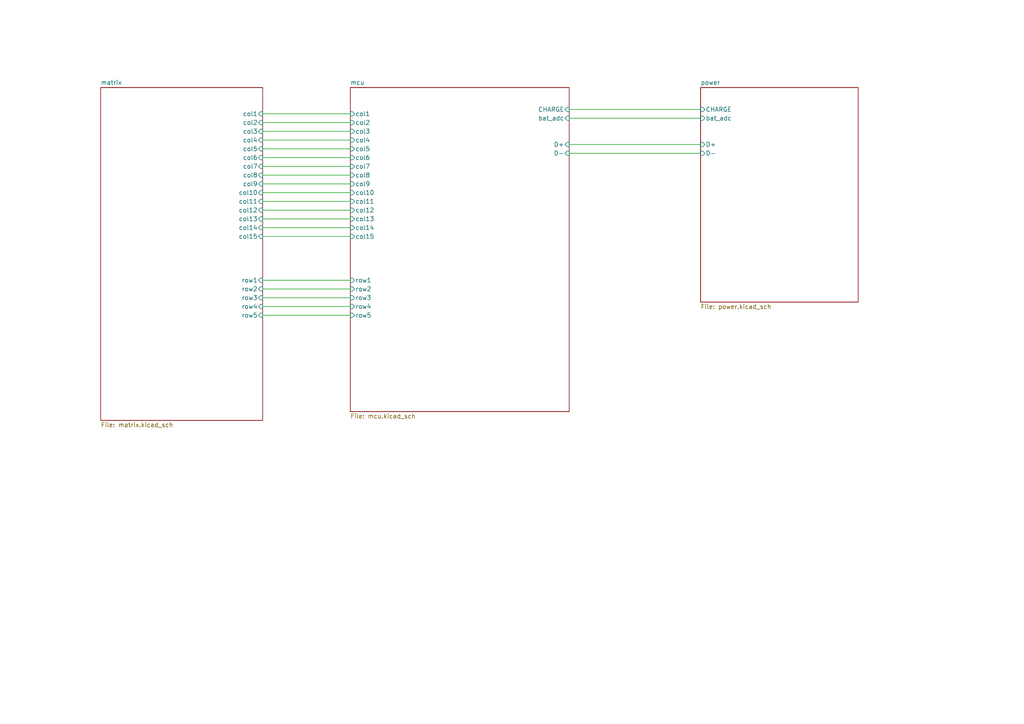
<source format=kicad_sch>
(kicad_sch
	(version 20231120)
	(generator "eeschema")
	(generator_version "8.0")
	(uuid "5823a915-d0ed-4262-9b2d-d2247405cf69")
	(paper "A4")
	(title_block
		(title "rmk-ble-keyboard")
		(date "2024-05-03")
		(rev "0")
	)
	(lib_symbols)
	(wire
		(pts
			(xy 76.2 35.56) (xy 101.6 35.56)
		)
		(stroke
			(width 0)
			(type default)
		)
		(uuid "120be98f-05c4-4b18-8860-1ef72b2e3333")
	)
	(wire
		(pts
			(xy 76.2 50.8) (xy 101.6 50.8)
		)
		(stroke
			(width 0)
			(type default)
		)
		(uuid "18357a78-a481-467d-83e5-4be6d09fba6c")
	)
	(wire
		(pts
			(xy 76.2 43.18) (xy 101.6 43.18)
		)
		(stroke
			(width 0)
			(type default)
		)
		(uuid "2021b53b-11b5-4099-b123-7b60428fd40e")
	)
	(wire
		(pts
			(xy 76.2 38.1) (xy 101.6 38.1)
		)
		(stroke
			(width 0)
			(type default)
		)
		(uuid "2991d9f6-1ed4-44b9-9af9-15aba3dbb92d")
	)
	(wire
		(pts
			(xy 76.2 63.5) (xy 101.6 63.5)
		)
		(stroke
			(width 0)
			(type default)
		)
		(uuid "34446993-3192-4128-b5ed-d9e5df02c305")
	)
	(wire
		(pts
			(xy 76.2 53.34) (xy 101.6 53.34)
		)
		(stroke
			(width 0)
			(type default)
		)
		(uuid "38979ea7-67c0-40a0-8a28-612e422310b2")
	)
	(wire
		(pts
			(xy 165.1 44.45) (xy 203.2 44.45)
		)
		(stroke
			(width 0)
			(type default)
		)
		(uuid "48529929-8f76-485e-8f9a-d4091bca5ba4")
	)
	(wire
		(pts
			(xy 76.2 55.88) (xy 101.6 55.88)
		)
		(stroke
			(width 0)
			(type default)
		)
		(uuid "4a877a4c-8c42-4856-b4a2-a07f8742e479")
	)
	(wire
		(pts
			(xy 76.2 60.96) (xy 101.6 60.96)
		)
		(stroke
			(width 0)
			(type default)
		)
		(uuid "513abeaf-ab36-4e41-a0dd-c6f5fb59e6dd")
	)
	(wire
		(pts
			(xy 76.2 40.64) (xy 101.6 40.64)
		)
		(stroke
			(width 0)
			(type default)
		)
		(uuid "5a1facf2-2ce8-4d21-8329-23dbbe5f464f")
	)
	(wire
		(pts
			(xy 76.2 91.44) (xy 101.6 91.44)
		)
		(stroke
			(width 0)
			(type default)
		)
		(uuid "5baab069-f166-4d12-9aca-92cdfd874b26")
	)
	(wire
		(pts
			(xy 76.2 68.58) (xy 101.6 68.58)
		)
		(stroke
			(width 0)
			(type default)
		)
		(uuid "5f02d0d0-0762-4a83-a6ad-526ef7c46cc6")
	)
	(wire
		(pts
			(xy 76.2 58.42) (xy 101.6 58.42)
		)
		(stroke
			(width 0)
			(type default)
		)
		(uuid "674ebe1a-48f0-49cf-85a5-d13aad3fe004")
	)
	(wire
		(pts
			(xy 76.2 45.72) (xy 101.6 45.72)
		)
		(stroke
			(width 0)
			(type default)
		)
		(uuid "717742d1-625d-4501-b269-dd4371be5679")
	)
	(wire
		(pts
			(xy 165.1 34.29) (xy 203.2 34.29)
		)
		(stroke
			(width 0)
			(type default)
		)
		(uuid "7a1245b1-c777-46e0-8c01-cb17a61b169f")
	)
	(wire
		(pts
			(xy 76.2 48.26) (xy 101.6 48.26)
		)
		(stroke
			(width 0)
			(type default)
		)
		(uuid "7c74ad2a-c081-40a1-bc14-00aa83bdf2e8")
	)
	(wire
		(pts
			(xy 76.2 83.82) (xy 101.6 83.82)
		)
		(stroke
			(width 0)
			(type default)
		)
		(uuid "7efbee35-b07d-4f12-955e-882e54aab038")
	)
	(wire
		(pts
			(xy 165.1 41.91) (xy 203.2 41.91)
		)
		(stroke
			(width 0)
			(type default)
		)
		(uuid "a3c8603b-ab60-4f7f-873b-5405e2022e29")
	)
	(wire
		(pts
			(xy 76.2 86.36) (xy 101.6 86.36)
		)
		(stroke
			(width 0)
			(type default)
		)
		(uuid "a851345a-0b04-43c8-b2d6-80d134913490")
	)
	(wire
		(pts
			(xy 76.2 88.9) (xy 101.6 88.9)
		)
		(stroke
			(width 0)
			(type default)
		)
		(uuid "bae80285-74da-4106-a45c-0cd36bc65aba")
	)
	(wire
		(pts
			(xy 76.2 66.04) (xy 101.6 66.04)
		)
		(stroke
			(width 0)
			(type default)
		)
		(uuid "e94ba278-e20c-4095-ba15-c3766e780fdc")
	)
	(wire
		(pts
			(xy 76.2 33.02) (xy 101.6 33.02)
		)
		(stroke
			(width 0)
			(type default)
		)
		(uuid "ea843be3-a444-459c-b4ec-b4768ed3b039")
	)
	(wire
		(pts
			(xy 165.1 31.75) (xy 203.2 31.75)
		)
		(stroke
			(width 0)
			(type default)
		)
		(uuid "fbfc3c5d-41ad-4abf-b855-e9de69ea7e1b")
	)
	(wire
		(pts
			(xy 76.2 81.28) (xy 101.6 81.28)
		)
		(stroke
			(width 0)
			(type default)
		)
		(uuid "feacc16d-b72a-45a2-a9b2-0fd874781c4a")
	)
	(sheet
		(at 101.6 25.4)
		(size 63.5 93.98)
		(fields_autoplaced yes)
		(stroke
			(width 0.1524)
			(type solid)
		)
		(fill
			(color 0 0 0 0.0000)
		)
		(uuid "050c3acc-27b4-48c0-bd7b-f7f600c7fd2a")
		(property "Sheetname" "mcu"
			(at 101.6 24.6884 0)
			(effects
				(font
					(size 1.27 1.27)
				)
				(justify left bottom)
			)
		)
		(property "Sheetfile" "mcu.kicad_sch"
			(at 101.6 119.9646 0)
			(effects
				(font
					(size 1.27 1.27)
				)
				(justify left top)
			)
		)
		(pin "CHARGE" input
			(at 165.1 31.75 0)
			(effects
				(font
					(size 1.27 1.27)
				)
				(justify right)
			)
			(uuid "2b703de2-997e-4d0e-b87d-23d81ce25997")
		)
		(pin "col10" input
			(at 101.6 55.88 180)
			(effects
				(font
					(size 1.27 1.27)
				)
				(justify left)
			)
			(uuid "40444e17-893e-4e2c-b220-15c71bb7dcd7")
		)
		(pin "col9" input
			(at 101.6 53.34 180)
			(effects
				(font
					(size 1.27 1.27)
				)
				(justify left)
			)
			(uuid "be1ab95f-13c9-446f-b1b6-983676c3587f")
		)
		(pin "col5" input
			(at 101.6 43.18 180)
			(effects
				(font
					(size 1.27 1.27)
				)
				(justify left)
			)
			(uuid "d964fcf8-e02a-41f2-8e2c-878b5468cb09")
		)
		(pin "col13" input
			(at 101.6 63.5 180)
			(effects
				(font
					(size 1.27 1.27)
				)
				(justify left)
			)
			(uuid "d92e4fef-a14d-4849-aca5-8e9a19a8069a")
		)
		(pin "D+" input
			(at 165.1 41.91 0)
			(effects
				(font
					(size 1.27 1.27)
				)
				(justify right)
			)
			(uuid "aa06e6d1-cbc4-4e01-9d25-2461073eb149")
		)
		(pin "col12" input
			(at 101.6 60.96 180)
			(effects
				(font
					(size 1.27 1.27)
				)
				(justify left)
			)
			(uuid "a1de7c1c-8036-48c9-aacb-cba77797da58")
		)
		(pin "col7" input
			(at 101.6 48.26 180)
			(effects
				(font
					(size 1.27 1.27)
				)
				(justify left)
			)
			(uuid "aa8803f0-9b39-4d32-9d9a-2bc727f5f056")
		)
		(pin "col8" input
			(at 101.6 50.8 180)
			(effects
				(font
					(size 1.27 1.27)
				)
				(justify left)
			)
			(uuid "f5f9c75b-49d2-490b-9186-2556fc52d5d6")
		)
		(pin "col14" input
			(at 101.6 66.04 180)
			(effects
				(font
					(size 1.27 1.27)
				)
				(justify left)
			)
			(uuid "8085e539-d8d4-42a7-a84f-e3c870681a7a")
		)
		(pin "D-" input
			(at 165.1 44.45 0)
			(effects
				(font
					(size 1.27 1.27)
				)
				(justify right)
			)
			(uuid "1efb9cd6-0e82-4d70-a6cb-68324ec935e2")
		)
		(pin "bat_adc" input
			(at 165.1 34.29 0)
			(effects
				(font
					(size 1.27 1.27)
				)
				(justify right)
			)
			(uuid "fc2d92dd-be0e-4df7-a25b-c2a2d22b2379")
		)
		(pin "col6" input
			(at 101.6 45.72 180)
			(effects
				(font
					(size 1.27 1.27)
				)
				(justify left)
			)
			(uuid "5d5bd043-a937-468f-a7ec-c4cd435f689d")
		)
		(pin "row3" input
			(at 101.6 86.36 180)
			(effects
				(font
					(size 1.27 1.27)
				)
				(justify left)
			)
			(uuid "46475c5b-3174-41a1-9820-1b025e0208c1")
		)
		(pin "row4" input
			(at 101.6 88.9 180)
			(effects
				(font
					(size 1.27 1.27)
				)
				(justify left)
			)
			(uuid "578cce35-7d0b-4a42-8646-249294bec14c")
		)
		(pin "row5" input
			(at 101.6 91.44 180)
			(effects
				(font
					(size 1.27 1.27)
				)
				(justify left)
			)
			(uuid "e7250ebe-e693-4aaf-b3ce-89e9ec5b8d9b")
		)
		(pin "row1" input
			(at 101.6 81.28 180)
			(effects
				(font
					(size 1.27 1.27)
				)
				(justify left)
			)
			(uuid "99979a95-494d-4fe4-880e-f45407c376b4")
		)
		(pin "col4" input
			(at 101.6 40.64 180)
			(effects
				(font
					(size 1.27 1.27)
				)
				(justify left)
			)
			(uuid "77dc9c2c-527a-4f1f-9f27-d9b315c08c90")
		)
		(pin "col3" input
			(at 101.6 38.1 180)
			(effects
				(font
					(size 1.27 1.27)
				)
				(justify left)
			)
			(uuid "fb5173f4-ecec-4a23-947f-cab66a78f192")
		)
		(pin "col1" input
			(at 101.6 33.02 180)
			(effects
				(font
					(size 1.27 1.27)
				)
				(justify left)
			)
			(uuid "910decb4-1f40-44a0-a80f-56e85351e185")
		)
		(pin "col2" input
			(at 101.6 35.56 180)
			(effects
				(font
					(size 1.27 1.27)
				)
				(justify left)
			)
			(uuid "7ed41fd0-32c3-456e-afa0-20ea8f28c843")
		)
		(pin "row2" input
			(at 101.6 83.82 180)
			(effects
				(font
					(size 1.27 1.27)
				)
				(justify left)
			)
			(uuid "6b242a0d-2d41-40b3-a941-47e279aff0fe")
		)
		(pin "col11" input
			(at 101.6 58.42 180)
			(effects
				(font
					(size 1.27 1.27)
				)
				(justify left)
			)
			(uuid "4126b4ff-a9e2-4ef3-ad94-b1d33e075e67")
		)
		(pin "col15" input
			(at 101.6 68.58 180)
			(effects
				(font
					(size 1.27 1.27)
				)
				(justify left)
			)
			(uuid "4f1ae421-15d4-4e9b-8035-838aae4d35ce")
		)
		(instances
			(project "rmk-ble-keyboard"
				(path "/5823a915-d0ed-4262-9b2d-d2247405cf69"
					(page "4")
				)
			)
		)
	)
	(sheet
		(at 29.21 25.4)
		(size 46.99 96.52)
		(fields_autoplaced yes)
		(stroke
			(width 0.1524)
			(type solid)
		)
		(fill
			(color 0 0 0 0.0000)
		)
		(uuid "6def72d6-87e9-41ed-89a1-5d51912b2db4")
		(property "Sheetname" "matrix"
			(at 29.21 24.6884 0)
			(effects
				(font
					(size 1.27 1.27)
				)
				(justify left bottom)
			)
		)
		(property "Sheetfile" "matrix.kicad_sch"
			(at 29.21 122.5046 0)
			(effects
				(font
					(size 1.27 1.27)
				)
				(justify left top)
			)
		)
		(pin "col1" input
			(at 76.2 33.02 0)
			(effects
				(font
					(size 1.27 1.27)
				)
				(justify right)
			)
			(uuid "81358455-c7cd-4be6-95e4-5caffa48c90c")
		)
		(pin "col2" input
			(at 76.2 35.56 0)
			(effects
				(font
					(size 1.27 1.27)
				)
				(justify right)
			)
			(uuid "d7c65aaf-7307-4b8e-a5d6-fd9c8e6f7816")
		)
		(pin "col5" input
			(at 76.2 43.18 0)
			(effects
				(font
					(size 1.27 1.27)
				)
				(justify right)
			)
			(uuid "57ce747c-2a74-4e08-9ddc-ceca4a0d3ecd")
		)
		(pin "col6" input
			(at 76.2 45.72 0)
			(effects
				(font
					(size 1.27 1.27)
				)
				(justify right)
			)
			(uuid "6ac7c6b4-309a-496e-a1c2-e64452cf0670")
		)
		(pin "col3" input
			(at 76.2 38.1 0)
			(effects
				(font
					(size 1.27 1.27)
				)
				(justify right)
			)
			(uuid "1b36d652-b101-446d-90df-227ef71687eb")
		)
		(pin "col4" input
			(at 76.2 40.64 0)
			(effects
				(font
					(size 1.27 1.27)
				)
				(justify right)
			)
			(uuid "624cab1f-a3e3-4377-94fc-64ba53067205")
		)
		(pin "col7" input
			(at 76.2 48.26 0)
			(effects
				(font
					(size 1.27 1.27)
				)
				(justify right)
			)
			(uuid "50ec7e40-b7ab-48c4-9ad9-f3d0e9dc699d")
		)
		(pin "col13" input
			(at 76.2 63.5 0)
			(effects
				(font
					(size 1.27 1.27)
				)
				(justify right)
			)
			(uuid "656c6798-b33b-4d5f-99a1-84b7a149bb28")
		)
		(pin "col14" input
			(at 76.2 66.04 0)
			(effects
				(font
					(size 1.27 1.27)
				)
				(justify right)
			)
			(uuid "29d76ddd-5eae-46d9-9bbe-72dd1820c339")
		)
		(pin "col12" input
			(at 76.2 60.96 0)
			(effects
				(font
					(size 1.27 1.27)
				)
				(justify right)
			)
			(uuid "b1f2be68-604d-499d-b151-7bba7d42991e")
		)
		(pin "row1" input
			(at 76.2 81.28 0)
			(effects
				(font
					(size 1.27 1.27)
				)
				(justify right)
			)
			(uuid "3ff7c09d-1733-48eb-a7b6-01fc2ee82cf3")
		)
		(pin "row2" input
			(at 76.2 83.82 0)
			(effects
				(font
					(size 1.27 1.27)
				)
				(justify right)
			)
			(uuid "72f772d6-9f20-4d67-8938-b42011520077")
		)
		(pin "col8" input
			(at 76.2 50.8 0)
			(effects
				(font
					(size 1.27 1.27)
				)
				(justify right)
			)
			(uuid "d35c12fd-559c-4b4c-9eda-8660cc8e1ef2")
		)
		(pin "col9" input
			(at 76.2 53.34 0)
			(effects
				(font
					(size 1.27 1.27)
				)
				(justify right)
			)
			(uuid "01ea228c-2ae0-494e-82a2-f28075485098")
		)
		(pin "col10" input
			(at 76.2 55.88 0)
			(effects
				(font
					(size 1.27 1.27)
				)
				(justify right)
			)
			(uuid "fe12b96b-e2df-4d28-ba85-281c6e46c066")
		)
		(pin "col11" input
			(at 76.2 58.42 0)
			(effects
				(font
					(size 1.27 1.27)
				)
				(justify right)
			)
			(uuid "969a1fa3-88ee-4e85-8427-5bf37b5ff8eb")
		)
		(pin "row4" input
			(at 76.2 88.9 0)
			(effects
				(font
					(size 1.27 1.27)
				)
				(justify right)
			)
			(uuid "1b75ebce-9ecc-4cd3-a96b-66228c35ab12")
		)
		(pin "row5" input
			(at 76.2 91.44 0)
			(effects
				(font
					(size 1.27 1.27)
				)
				(justify right)
			)
			(uuid "81c1dd43-6199-416d-a40f-bdaea46c181d")
		)
		(pin "row3" input
			(at 76.2 86.36 0)
			(effects
				(font
					(size 1.27 1.27)
				)
				(justify right)
			)
			(uuid "f6a6a218-b730-43c6-9c59-c10919e5b3c0")
		)
		(pin "col15" input
			(at 76.2 68.58 0)
			(effects
				(font
					(size 1.27 1.27)
				)
				(justify right)
			)
			(uuid "1cef4f76-03ef-4251-a48d-1bc177231be4")
		)
		(instances
			(project "rmk-ble-keyboard"
				(path "/5823a915-d0ed-4262-9b2d-d2247405cf69"
					(page "2")
				)
			)
		)
	)
	(sheet
		(at 203.2 25.4)
		(size 45.72 62.23)
		(fields_autoplaced yes)
		(stroke
			(width 0.1524)
			(type solid)
		)
		(fill
			(color 0 0 0 0.0000)
		)
		(uuid "80617de3-f245-4e85-9542-0f05c79e7b1e")
		(property "Sheetname" "power"
			(at 203.2 24.6884 0)
			(effects
				(font
					(size 1.27 1.27)
				)
				(justify left bottom)
			)
		)
		(property "Sheetfile" "power.kicad_sch"
			(at 203.2 88.2146 0)
			(effects
				(font
					(size 1.27 1.27)
				)
				(justify left top)
			)
		)
		(pin "D+" input
			(at 203.2 41.91 180)
			(effects
				(font
					(size 1.27 1.27)
				)
				(justify left)
			)
			(uuid "9c3cd8dd-85ba-43c8-b602-cdba66971db9")
		)
		(pin "D-" input
			(at 203.2 44.45 180)
			(effects
				(font
					(size 1.27 1.27)
				)
				(justify left)
			)
			(uuid "2b2b9a4a-8608-48c0-b0a0-f5ef6236b25f")
		)
		(pin "CHARGE" input
			(at 203.2 31.75 180)
			(effects
				(font
					(size 1.27 1.27)
				)
				(justify left)
			)
			(uuid "cd2e6965-e841-405b-a212-8bd293260ff5")
		)
		(pin "bat_adc" input
			(at 203.2 34.29 180)
			(effects
				(font
					(size 1.27 1.27)
				)
				(justify left)
			)
			(uuid "7990ddd1-8f2e-4598-a8b9-65840e7db5c4")
		)
		(instances
			(project "rmk-ble-keyboard"
				(path "/5823a915-d0ed-4262-9b2d-d2247405cf69"
					(page "3")
				)
			)
		)
	)
	(sheet_instances
		(path "/"
			(page "1")
		)
	)
)

</source>
